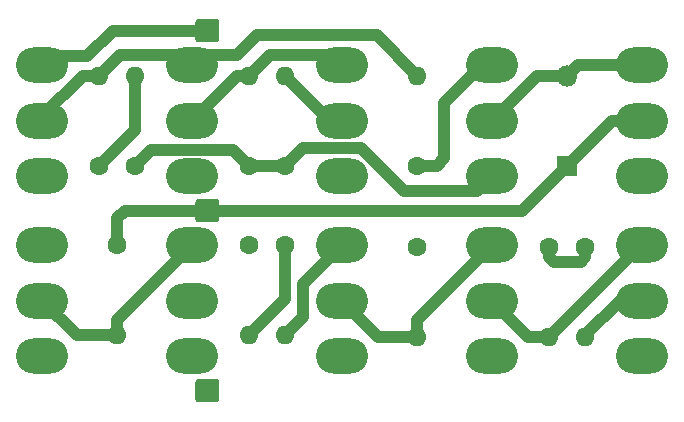
<source format=gbr>
%TF.GenerationSoftware,KiCad,Pcbnew,(5.1.7-0-10_14)*%
%TF.CreationDate,2021-01-17T02:16:49+01:00*%
%TF.ProjectId,CP-PP-miniEVsimulator,43502d50-502d-46d6-996e-69455673696d,rev?*%
%TF.SameCoordinates,Original*%
%TF.FileFunction,Copper,L1,Top*%
%TF.FilePolarity,Positive*%
%FSLAX46Y46*%
G04 Gerber Fmt 4.6, Leading zero omitted, Abs format (unit mm)*
G04 Created by KiCad (PCBNEW (5.1.7-0-10_14)) date 2021-01-17 02:16:49*
%MOMM*%
%LPD*%
G01*
G04 APERTURE LIST*
%TA.AperFunction,ComponentPad*%
%ADD10O,4.400000X3.000000*%
%TD*%
%TA.AperFunction,ComponentPad*%
%ADD11O,1.600000X1.600000*%
%TD*%
%TA.AperFunction,ComponentPad*%
%ADD12C,1.600000*%
%TD*%
%TA.AperFunction,ComponentPad*%
%ADD13R,1.800000X1.800000*%
%TD*%
%TA.AperFunction,ComponentPad*%
%ADD14O,1.800000X1.800000*%
%TD*%
%TA.AperFunction,Conductor*%
%ADD15C,1.000000*%
%TD*%
G04 APERTURE END LIST*
D10*
%TO.P,S10,2*%
%TO.N,Net-(R9-Pad2)*%
X152400000Y-142620000D03*
%TO.P,S10,1*%
%TO.N,Net-(R10-Pad2)*%
X152400000Y-147320000D03*
%TO.P,S10,3*%
%TO.N,Net-(S10-Pad3)*%
X152400000Y-152020000D03*
%TD*%
%TO.P,S9,2*%
%TO.N,Net-(R8-Pad2)*%
X139700000Y-142620000D03*
%TO.P,S9,1*%
%TO.N,Net-(R9-Pad2)*%
X139700000Y-147320000D03*
%TO.P,S9,3*%
%TO.N,Net-(S9-Pad3)*%
X139700000Y-152020000D03*
%TD*%
%TO.P,S8,2*%
%TO.N,Net-(R7-Pad2)*%
X127000000Y-142620000D03*
%TO.P,S8,1*%
%TO.N,Net-(R8-Pad2)*%
X127000000Y-147320000D03*
%TO.P,S8,3*%
%TO.N,Net-(S8-Pad3)*%
X127000000Y-152020000D03*
%TD*%
%TO.P,S7,2*%
%TO.N,Net-(R6-Pad2)*%
X114300000Y-142620000D03*
%TO.P,S7,1*%
%TO.N,Net-(R7-Pad2)*%
X114300000Y-147320000D03*
%TO.P,S7,3*%
%TO.N,Net-(S7-Pad3)*%
X114300000Y-152020000D03*
%TD*%
%TO.P,S6,2*%
%TO.N,/PP*%
X101600000Y-142620000D03*
%TO.P,S6,1*%
%TO.N,Net-(R6-Pad2)*%
X101600000Y-147320000D03*
%TO.P,S6,3*%
%TO.N,Net-(S6-Pad3)*%
X101600000Y-152020000D03*
%TD*%
D11*
%TO.P,R10,2*%
%TO.N,Net-(R10-Pad2)*%
X147574000Y-150368000D03*
D12*
%TO.P,R10,1*%
%TO.N,/PE*%
X147574000Y-142748000D03*
%TD*%
D11*
%TO.P,R9,2*%
%TO.N,Net-(R9-Pad2)*%
X144526000Y-150368000D03*
D12*
%TO.P,R9,1*%
%TO.N,/PE*%
X144526000Y-142748000D03*
%TD*%
D11*
%TO.P,R8,2*%
%TO.N,Net-(R8-Pad2)*%
X133350000Y-150368000D03*
D12*
%TO.P,R8,1*%
%TO.N,/PE*%
X133350000Y-142748000D03*
%TD*%
D11*
%TO.P,Ra7,2*%
%TO.N,Net-(R7-Pad1)*%
X119126000Y-150241000D03*
D12*
%TO.P,Ra7,1*%
%TO.N,/PE*%
X119126000Y-142621000D03*
%TD*%
D11*
%TO.P,R7,2*%
%TO.N,Net-(R7-Pad2)*%
X122174000Y-150241000D03*
D12*
%TO.P,R7,1*%
%TO.N,Net-(R7-Pad1)*%
X122174000Y-142621000D03*
%TD*%
D11*
%TO.P,R6,2*%
%TO.N,Net-(R6-Pad2)*%
X107950000Y-150241000D03*
D12*
%TO.P,R6,1*%
%TO.N,/PE*%
X107950000Y-142621000D03*
%TD*%
%TO.P,J3,1*%
%TO.N,/PP*%
%TA.AperFunction,ComponentPad*%
G36*
G01*
X116320000Y-155940000D02*
X114820000Y-155940000D01*
G75*
G02*
X114570000Y-155690000I0J250000D01*
G01*
X114570000Y-154190000D01*
G75*
G02*
X114820000Y-153940000I250000J0D01*
G01*
X116320000Y-153940000D01*
G75*
G02*
X116570000Y-154190000I0J-250000D01*
G01*
X116570000Y-155690000D01*
G75*
G02*
X116320000Y-155940000I-250000J0D01*
G01*
G37*
%TD.AperFunction*%
%TD*%
%TO.P,J1,1*%
%TO.N,/CP*%
%TA.AperFunction,ComponentPad*%
G36*
G01*
X116320000Y-125460000D02*
X114820000Y-125460000D01*
G75*
G02*
X114570000Y-125210000I0J250000D01*
G01*
X114570000Y-123710000D01*
G75*
G02*
X114820000Y-123460000I250000J0D01*
G01*
X116320000Y-123460000D01*
G75*
G02*
X116570000Y-123710000I0J-250000D01*
G01*
X116570000Y-125210000D01*
G75*
G02*
X116320000Y-125460000I-250000J0D01*
G01*
G37*
%TD.AperFunction*%
%TD*%
D13*
%TO.P,D5,1*%
%TO.N,/PE*%
X146050000Y-135890000D03*
D14*
%TO.P,D5,2*%
%TO.N,Net-(D5-Pad2)*%
X146050000Y-128270000D03*
%TD*%
D12*
%TO.P,R1,1*%
%TO.N,Net-(R1-Pad1)*%
X133350000Y-135890000D03*
D11*
%TO.P,R1,2*%
%TO.N,Net-(R1-Pad2)*%
X133350000Y-128270000D03*
%TD*%
D12*
%TO.P,R2,1*%
%TO.N,Net-(R2-Pad1)*%
X106426000Y-135890000D03*
D11*
%TO.P,R2,2*%
%TO.N,Net-(R1-Pad2)*%
X106426000Y-128270000D03*
%TD*%
D12*
%TO.P,Ra2,1*%
%TO.N,Net-(R3-Pad1)*%
X109410500Y-135890000D03*
D11*
%TO.P,Ra2,2*%
%TO.N,Net-(R2-Pad1)*%
X109410500Y-128270000D03*
%TD*%
D12*
%TO.P,R3,1*%
%TO.N,Net-(R3-Pad1)*%
X119126000Y-135890000D03*
D11*
%TO.P,R3,2*%
%TO.N,Net-(R3-Pad2)*%
X119126000Y-128270000D03*
%TD*%
D12*
%TO.P,R4,1*%
%TO.N,Net-(R3-Pad1)*%
X122174000Y-135890000D03*
D11*
%TO.P,R4,2*%
%TO.N,Net-(R4-Pad2)*%
X122174000Y-128270000D03*
%TD*%
%TO.P,J2,1*%
%TO.N,/PE*%
%TA.AperFunction,ComponentPad*%
G36*
G01*
X116320000Y-140700000D02*
X114820000Y-140700000D01*
G75*
G02*
X114570000Y-140450000I0J250000D01*
G01*
X114570000Y-138950000D01*
G75*
G02*
X114820000Y-138700000I250000J0D01*
G01*
X116320000Y-138700000D01*
G75*
G02*
X116570000Y-138950000I0J-250000D01*
G01*
X116570000Y-140450000D01*
G75*
G02*
X116320000Y-140700000I-250000J0D01*
G01*
G37*
%TD.AperFunction*%
%TD*%
D10*
%TO.P,S2,3*%
%TO.N,Net-(S2-Pad3)*%
X114300000Y-136780000D03*
%TO.P,S2,1*%
%TO.N,Net-(R3-Pad2)*%
X114300000Y-132080000D03*
%TO.P,S2,2*%
%TO.N,Net-(R1-Pad2)*%
X114300000Y-127380000D03*
%TD*%
%TO.P,S3,3*%
%TO.N,Net-(S3-Pad3)*%
X127000000Y-136780000D03*
%TO.P,S3,1*%
%TO.N,Net-(R4-Pad2)*%
X127000000Y-132080000D03*
%TO.P,S3,2*%
%TO.N,Net-(R3-Pad2)*%
X127000000Y-127380000D03*
%TD*%
%TO.P,S4,3*%
%TO.N,Net-(R3-Pad1)*%
X139700000Y-136780000D03*
%TO.P,S4,1*%
%TO.N,Net-(D5-Pad2)*%
X139700000Y-132080000D03*
%TO.P,S4,2*%
%TO.N,Net-(R1-Pad1)*%
X139700000Y-127380000D03*
%TD*%
%TO.P,S5,3*%
%TO.N,Net-(S5-Pad3)*%
X152400000Y-136780000D03*
%TO.P,S5,1*%
%TO.N,/PE*%
X152400000Y-132080000D03*
%TO.P,S5,2*%
%TO.N,Net-(D5-Pad2)*%
X152400000Y-127380000D03*
%TD*%
%TO.P,S1,3*%
%TO.N,Net-(S1-Pad3)*%
X101600000Y-136780000D03*
%TO.P,S1,1*%
%TO.N,Net-(R1-Pad2)*%
X101600000Y-132080000D03*
%TO.P,S1,2*%
%TO.N,/CP*%
X101600000Y-127380000D03*
%TD*%
D15*
%TO.N,/PE*%
X152400000Y-132080000D02*
X149860000Y-132080000D01*
X146050000Y-135890000D02*
X149860000Y-132080000D01*
X107950000Y-142621000D02*
X107950000Y-140335000D01*
X107950000Y-140335000D02*
X108585000Y-139700000D01*
X115570000Y-139700000D02*
X108585000Y-139700000D01*
X144526000Y-142621000D02*
X144526000Y-143637000D01*
X144526000Y-143637000D02*
X144907000Y-144018000D01*
X144907000Y-144018000D02*
X147193000Y-144018000D01*
X147574000Y-143637000D02*
X147574000Y-142621000D01*
X147193000Y-144018000D02*
X147574000Y-143637000D01*
X122174000Y-139700000D02*
X115570000Y-139700000D01*
X142240000Y-139700000D02*
X122174000Y-139700000D01*
X146050000Y-135890000D02*
X142240000Y-139700000D01*
%TO.N,/CP*%
X107569000Y-124460000D02*
X115570000Y-124460000D01*
X105410000Y-126619000D02*
X107569000Y-124460000D01*
X102361000Y-126619000D02*
X105410000Y-126619000D01*
X101600000Y-127380000D02*
X102361000Y-126619000D01*
%TO.N,Net-(D5-Pad2)*%
X146940000Y-127380000D02*
X152400000Y-127380000D01*
X146050000Y-128270000D02*
X146940000Y-127380000D01*
X143510000Y-128270000D02*
X146050000Y-128270000D01*
X139700000Y-132080000D02*
X143510000Y-128270000D01*
%TO.N,Net-(R1-Pad1)*%
X138812000Y-127380000D02*
X139700000Y-127380000D01*
X135636000Y-135255000D02*
X135636000Y-130556000D01*
X135001000Y-135890000D02*
X135636000Y-135255000D01*
X135636000Y-130556000D02*
X138812000Y-127380000D01*
X133350000Y-135890000D02*
X135001000Y-135890000D01*
%TO.N,Net-(R1-Pad2)*%
X105029000Y-128270000D02*
X106426000Y-128270000D01*
X101600000Y-132080000D02*
X101600000Y-131699000D01*
X101600000Y-131699000D02*
X105029000Y-128270000D01*
X129921000Y-124841000D02*
X133350000Y-128270000D01*
X118110000Y-126492000D02*
X119761000Y-124841000D01*
X115188000Y-126492000D02*
X118110000Y-126492000D01*
X119761000Y-124841000D02*
X129921000Y-124841000D01*
X114300000Y-127380000D02*
X115188000Y-126492000D01*
X108204000Y-126492000D02*
X106426000Y-128270000D01*
X113412000Y-126492000D02*
X108204000Y-126492000D01*
X114300000Y-127380000D02*
X113412000Y-126492000D01*
%TO.N,Net-(R2-Pad1)*%
X109410500Y-132905500D02*
X109410500Y-128270000D01*
X106426000Y-135890000D02*
X109410500Y-132905500D01*
%TO.N,Net-(R3-Pad1)*%
X119126000Y-135890000D02*
X122174000Y-135890000D01*
X128587500Y-134429500D02*
X132207000Y-138049000D01*
X132207000Y-138049000D02*
X138431000Y-138049000D01*
X123634500Y-134429500D02*
X128587500Y-134429500D01*
X138431000Y-138049000D02*
X139700000Y-136780000D01*
X122174000Y-135890000D02*
X123634500Y-134429500D01*
X117765990Y-134529990D02*
X119126000Y-135890000D01*
X110770510Y-134529990D02*
X117765990Y-134529990D01*
X109410500Y-135890000D02*
X110770510Y-134529990D01*
%TO.N,Net-(R3-Pad2)*%
X120904000Y-126492000D02*
X119126000Y-128270000D01*
X126112000Y-126492000D02*
X120904000Y-126492000D01*
X127000000Y-127380000D02*
X126112000Y-126492000D01*
X118110000Y-128270000D02*
X119126000Y-128270000D01*
X114300000Y-132080000D02*
X118110000Y-128270000D01*
%TO.N,Net-(R4-Pad2)*%
X125984000Y-132080000D02*
X127000000Y-132080000D01*
X122174000Y-128270000D02*
X125984000Y-132080000D01*
%TO.N,Net-(R6-Pad2)*%
X107950000Y-148970000D02*
X114300000Y-142620000D01*
X107950000Y-150241000D02*
X107950000Y-148970000D01*
X104521000Y-150241000D02*
X101600000Y-147320000D01*
X107950000Y-150241000D02*
X104521000Y-150241000D01*
%TO.N,Net-(R7-Pad2)*%
X123698000Y-148717000D02*
X122174000Y-150241000D01*
X123698000Y-145922000D02*
X123698000Y-148717000D01*
X127000000Y-142620000D02*
X123698000Y-145922000D01*
%TO.N,Net-(R7-Pad1)*%
X122174000Y-147193000D02*
X122174000Y-142621000D01*
X119126000Y-150241000D02*
X122174000Y-147193000D01*
%TO.N,Net-(R8-Pad2)*%
X133350000Y-148970000D02*
X139700000Y-142620000D01*
X133350000Y-150368000D02*
X133350000Y-148970000D01*
X130048000Y-150368000D02*
X127000000Y-147320000D01*
X133350000Y-150368000D02*
X130048000Y-150368000D01*
%TO.N,Net-(R9-Pad2)*%
X142748000Y-150368000D02*
X139700000Y-147320000D01*
X144526000Y-150368000D02*
X142748000Y-150368000D01*
X152274000Y-142620000D02*
X152400000Y-142620000D01*
X144526000Y-150368000D02*
X152274000Y-142620000D01*
%TO.N,Net-(R10-Pad2)*%
X150495000Y-147320000D02*
X147574000Y-150241000D01*
X152400000Y-147320000D02*
X150495000Y-147320000D01*
%TD*%
M02*

</source>
